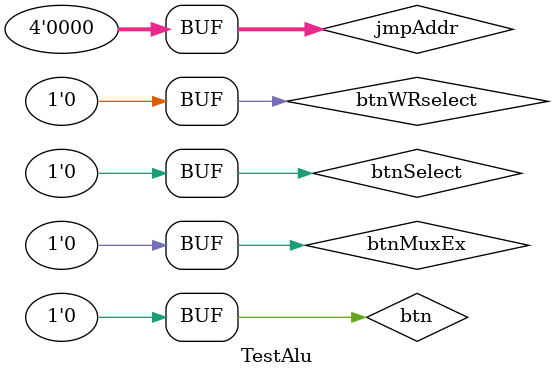
<source format=v>
`timescale 1ns / 1ps


module TestAlu;

	// Inputs
	reg btn;
	reg btnSelect;
	reg btnWRselect;
	reg btnMuxEx;
	reg [3:0] jmpAddr;

	// Outputs
	wire zeroAlu;
	wire [31:0] outAlu;

	// Instantiate the Unit Under Test (UUT)
	pipeline uut (
		.btn(btn), 
		.btnSelect(btnSelect), 
		.btnWRselect(btnWRselect), 
		.btnMuxEx(btnMuxEx), 
		.jmpAddr(jmpAddr), 
		.zeroAlu(zeroAlu), 
		.outAlu(outAlu)
	);

	initial begin
		// Initialize Inputs
		btn = 0;
		btnSelect = 0;
		btnWRselect = 0;
		btnMuxEx = 0;
		jmpAddr = 0;

		// Wait 100 ns for global reset to finish
		#100;
      btn = 1;
		
		#100;
      btn = 0;
		
		// Add stimulus here

	end
      
endmodule


</source>
